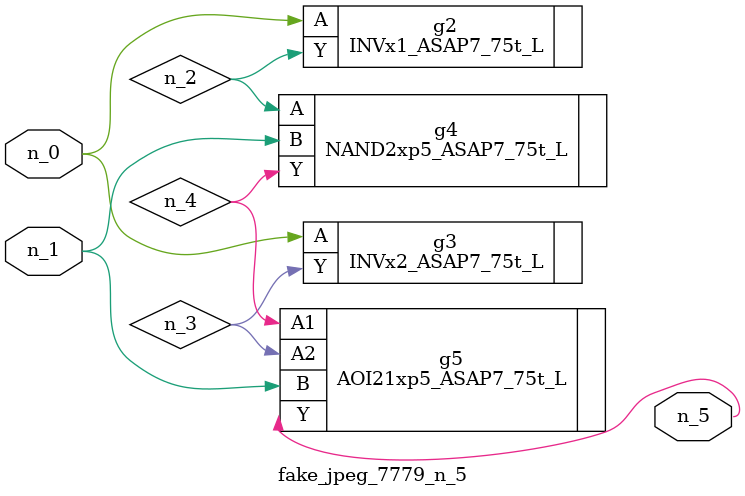
<source format=v>
module fake_jpeg_7779_n_5 (n_0, n_1, n_5);

input n_0;
input n_1;

output n_5;

wire n_3;
wire n_2;
wire n_4;

INVx1_ASAP7_75t_L g2 ( 
.A(n_0),
.Y(n_2)
);

INVx2_ASAP7_75t_L g3 ( 
.A(n_0),
.Y(n_3)
);

NAND2xp5_ASAP7_75t_L g4 ( 
.A(n_2),
.B(n_1),
.Y(n_4)
);

AOI21xp5_ASAP7_75t_L g5 ( 
.A1(n_4),
.A2(n_3),
.B(n_1),
.Y(n_5)
);


endmodule
</source>
